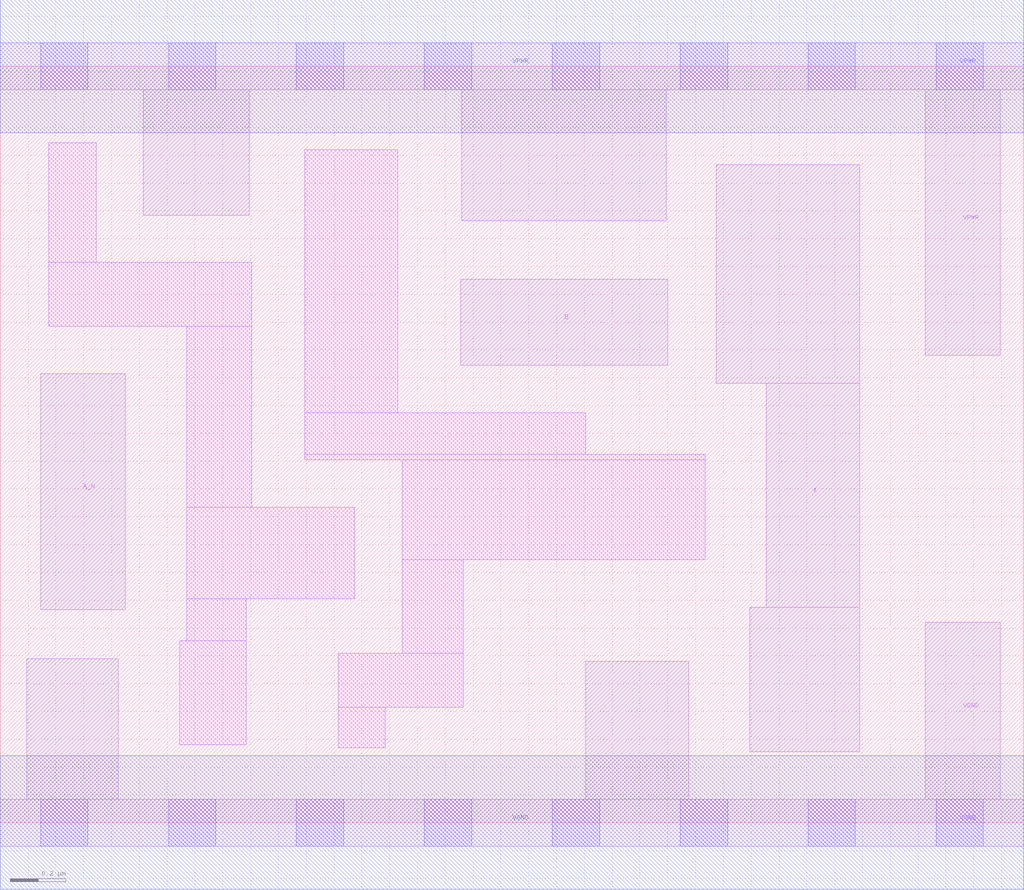
<source format=lef>
# Copyright 2020 The SkyWater PDK Authors
#
# Licensed under the Apache License, Version 2.0 (the "License");
# you may not use this file except in compliance with the License.
# You may obtain a copy of the License at
#
#     https://www.apache.org/licenses/LICENSE-2.0
#
# Unless required by applicable law or agreed to in writing, software
# distributed under the License is distributed on an "AS IS" BASIS,
# WITHOUT WARRANTIES OR CONDITIONS OF ANY KIND, either express or implied.
# See the License for the specific language governing permissions and
# limitations under the License.
#
# SPDX-License-Identifier: Apache-2.0

VERSION 5.7 ;
  NAMESCASESENSITIVE ON ;
  NOWIREEXTENSIONATPIN ON ;
  DIVIDERCHAR "/" ;
  BUSBITCHARS "[]" ;
UNITS
  DATABASE MICRONS 200 ;
END UNITS
PROPERTYDEFINITIONS
  MACRO maskLayoutSubType STRING ;
  MACRO prCellType STRING ;
  MACRO originalViewName STRING ;
END PROPERTYDEFINITIONS
MACRO sky130_fd_sc_hdll__and2b_2
  CLASS CORE ;
  FOREIGN sky130_fd_sc_hdll__and2b_2 ;
  ORIGIN  0.000000  0.000000 ;
  SIZE  3.680000 BY  2.720000 ;
  SYMMETRY X Y R90 ;
  SITE unithd ;
  PIN A_N
    ANTENNAGATEAREA  0.138600 ;
    DIRECTION INPUT ;
    USE SIGNAL ;
    PORT
      LAYER li1 ;
        RECT 0.145000 0.765000 0.450000 1.615000 ;
    END
  END A_N
  PIN B
    ANTENNAGATEAREA  0.138600 ;
    DIRECTION INPUT ;
    USE SIGNAL ;
    PORT
      LAYER li1 ;
        RECT 1.655000 1.645000 2.400000 1.955000 ;
    END
  END B
  PIN X
    ANTENNADIFFAREA  0.762000 ;
    DIRECTION OUTPUT ;
    USE SIGNAL ;
    PORT
      LAYER li1 ;
        RECT 2.575000 1.580000 3.090000 2.365000 ;
        RECT 2.695000 0.255000 3.090000 0.775000 ;
        RECT 2.755000 0.775000 3.090000 1.580000 ;
    END
  END X
  PIN VGND
    DIRECTION INOUT ;
    USE GROUND ;
    PORT
      LAYER li1 ;
        RECT 0.000000 -0.085000 3.680000 0.085000 ;
        RECT 0.095000  0.085000 0.425000 0.590000 ;
        RECT 2.105000  0.085000 2.475000 0.580000 ;
        RECT 3.325000  0.085000 3.595000 0.720000 ;
      LAYER mcon ;
        RECT 0.145000 -0.085000 0.315000 0.085000 ;
        RECT 0.605000 -0.085000 0.775000 0.085000 ;
        RECT 1.065000 -0.085000 1.235000 0.085000 ;
        RECT 1.525000 -0.085000 1.695000 0.085000 ;
        RECT 1.985000 -0.085000 2.155000 0.085000 ;
        RECT 2.445000 -0.085000 2.615000 0.085000 ;
        RECT 2.905000 -0.085000 3.075000 0.085000 ;
        RECT 3.365000 -0.085000 3.535000 0.085000 ;
      LAYER met1 ;
        RECT 0.000000 -0.240000 3.680000 0.240000 ;
    END
  END VGND
  PIN VPWR
    DIRECTION INOUT ;
    USE POWER ;
    PORT
      LAYER li1 ;
        RECT 0.000000 2.635000 3.680000 2.805000 ;
        RECT 0.515000 2.185000 0.895000 2.635000 ;
        RECT 1.660000 2.165000 2.395000 2.635000 ;
        RECT 3.325000 1.680000 3.595000 2.635000 ;
      LAYER mcon ;
        RECT 0.145000 2.635000 0.315000 2.805000 ;
        RECT 0.605000 2.635000 0.775000 2.805000 ;
        RECT 1.065000 2.635000 1.235000 2.805000 ;
        RECT 1.525000 2.635000 1.695000 2.805000 ;
        RECT 1.985000 2.635000 2.155000 2.805000 ;
        RECT 2.445000 2.635000 2.615000 2.805000 ;
        RECT 2.905000 2.635000 3.075000 2.805000 ;
        RECT 3.365000 2.635000 3.535000 2.805000 ;
      LAYER met1 ;
        RECT 0.000000 2.480000 3.680000 2.960000 ;
    END
  END VPWR
  OBS
    LAYER li1 ;
      RECT 0.175000 1.785000 0.905000 2.015000 ;
      RECT 0.175000 2.015000 0.345000 2.445000 ;
      RECT 0.645000 0.280000 0.885000 0.655000 ;
      RECT 0.670000 0.655000 0.885000 0.805000 ;
      RECT 0.670000 0.805000 1.275000 1.135000 ;
      RECT 0.670000 1.135000 0.905000 1.785000 ;
      RECT 1.095000 1.305000 2.535000 1.325000 ;
      RECT 1.095000 1.325000 2.105000 1.475000 ;
      RECT 1.095000 1.475000 1.430000 2.420000 ;
      RECT 1.215000 0.270000 1.385000 0.415000 ;
      RECT 1.215000 0.415000 1.665000 0.610000 ;
      RECT 1.445000 0.610000 1.665000 0.945000 ;
      RECT 1.445000 0.945000 2.535000 1.305000 ;
  END
  PROPERTY maskLayoutSubType "abstract" ;
  PROPERTY prCellType "standard" ;
  PROPERTY originalViewName "layout" ;
END sky130_fd_sc_hdll__and2b_2

</source>
